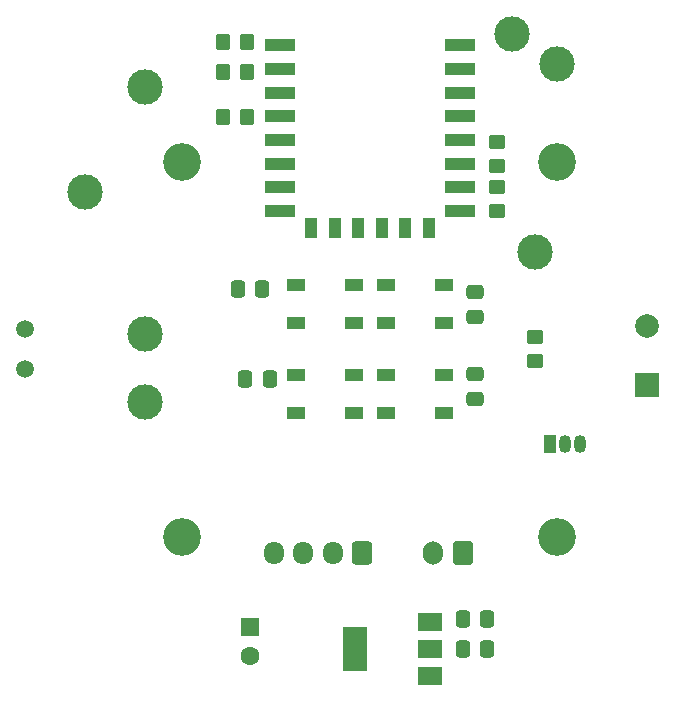
<source format=gbr>
%TF.GenerationSoftware,KiCad,Pcbnew,(6.0.1)*%
%TF.CreationDate,2022-02-03T04:09:52+01:00*%
%TF.ProjectId,ESP8266_12F_BASIC,45535038-3236-4365-9f31-32465f424153,rev?*%
%TF.SameCoordinates,Original*%
%TF.FileFunction,Soldermask,Top*%
%TF.FilePolarity,Negative*%
%FSLAX46Y46*%
G04 Gerber Fmt 4.6, Leading zero omitted, Abs format (unit mm)*
G04 Created by KiCad (PCBNEW (6.0.1)) date 2022-02-03 04:09:52*
%MOMM*%
%LPD*%
G01*
G04 APERTURE LIST*
G04 Aperture macros list*
%AMRoundRect*
0 Rectangle with rounded corners*
0 $1 Rounding radius*
0 $2 $3 $4 $5 $6 $7 $8 $9 X,Y pos of 4 corners*
0 Add a 4 corners polygon primitive as box body*
4,1,4,$2,$3,$4,$5,$6,$7,$8,$9,$2,$3,0*
0 Add four circle primitives for the rounded corners*
1,1,$1+$1,$2,$3*
1,1,$1+$1,$4,$5*
1,1,$1+$1,$6,$7*
1,1,$1+$1,$8,$9*
0 Add four rect primitives between the rounded corners*
20,1,$1+$1,$2,$3,$4,$5,0*
20,1,$1+$1,$4,$5,$6,$7,0*
20,1,$1+$1,$6,$7,$8,$9,0*
20,1,$1+$1,$8,$9,$2,$3,0*%
G04 Aperture macros list end*
%ADD10RoundRect,0.250000X0.350000X0.450000X-0.350000X0.450000X-0.350000X-0.450000X0.350000X-0.450000X0*%
%ADD11C,3.000000*%
%ADD12R,1.500000X1.000000*%
%ADD13R,2.000000X1.500000*%
%ADD14R,2.000000X3.800000*%
%ADD15C,3.200000*%
%ADD16RoundRect,0.250000X0.450000X-0.350000X0.450000X0.350000X-0.450000X0.350000X-0.450000X-0.350000X0*%
%ADD17R,1.600000X1.600000*%
%ADD18C,1.600000*%
%ADD19RoundRect,0.250000X0.337500X0.475000X-0.337500X0.475000X-0.337500X-0.475000X0.337500X-0.475000X0*%
%ADD20C,1.500000*%
%ADD21RoundRect,0.250000X-0.337500X-0.475000X0.337500X-0.475000X0.337500X0.475000X-0.337500X0.475000X0*%
%ADD22R,1.050000X1.500000*%
%ADD23O,1.050000X1.500000*%
%ADD24RoundRect,0.250000X-0.475000X0.337500X-0.475000X-0.337500X0.475000X-0.337500X0.475000X0.337500X0*%
%ADD25R,2.500000X1.000000*%
%ADD26R,1.000000X1.800000*%
%ADD27R,2.000000X2.000000*%
%ADD28C,2.000000*%
%ADD29RoundRect,0.250000X0.600000X0.750000X-0.600000X0.750000X-0.600000X-0.750000X0.600000X-0.750000X0*%
%ADD30O,1.700000X2.000000*%
%ADD31RoundRect,0.250000X0.600000X0.725000X-0.600000X0.725000X-0.600000X-0.725000X0.600000X-0.725000X0*%
%ADD32O,1.700000X1.950000*%
G04 APERTURE END LIST*
D10*
%TO.C,R4*%
X141970000Y-81915000D03*
X139970000Y-81915000D03*
%TD*%
D11*
%TO.C,TP5*%
X128270000Y-88265000D03*
%TD*%
D12*
%TO.C,D2*%
X153760000Y-96190000D03*
X153760000Y-99390000D03*
X158660000Y-99390000D03*
X158660000Y-96190000D03*
%TD*%
%TO.C,D1*%
X146140000Y-96190000D03*
X146140000Y-99390000D03*
X151040000Y-99390000D03*
X151040000Y-96190000D03*
%TD*%
D13*
%TO.C,U2*%
X157455000Y-129300000D03*
X157455000Y-127000000D03*
D14*
X151155000Y-127000000D03*
D13*
X157455000Y-124700000D03*
%TD*%
D15*
%TO.C,H3*%
X136525000Y-117475000D03*
%TD*%
D16*
%TO.C,R6*%
X163195000Y-89900000D03*
X163195000Y-87900000D03*
%TD*%
D11*
%TO.C,TP4*%
X133350000Y-106045000D03*
%TD*%
D17*
%TO.C,C3*%
X142240000Y-125095000D03*
D18*
X142240000Y-127595000D03*
%TD*%
D15*
%TO.C,H1*%
X136525000Y-85725000D03*
%TD*%
D19*
%TO.C,C5*%
X143277500Y-96520000D03*
X141202500Y-96520000D03*
%TD*%
D20*
%TO.C,R1*%
X123190000Y-103300000D03*
X123190000Y-99900000D03*
%TD*%
D16*
%TO.C,R7*%
X166370000Y-102600000D03*
X166370000Y-100600000D03*
%TD*%
D15*
%TO.C,H4*%
X168275000Y-117475000D03*
%TD*%
D21*
%TO.C,C1*%
X160252500Y-124460000D03*
X162327500Y-124460000D03*
%TD*%
D11*
%TO.C,TP2*%
X164465000Y-74930000D03*
%TD*%
D16*
%TO.C,R5*%
X163195000Y-86090000D03*
X163195000Y-84090000D03*
%TD*%
D19*
%TO.C,C7*%
X143912500Y-104140000D03*
X141837500Y-104140000D03*
%TD*%
D22*
%TO.C,Q1*%
X167640000Y-109580000D03*
D23*
X168910000Y-109580000D03*
X170180000Y-109580000D03*
%TD*%
D24*
%TO.C,C6*%
X161290000Y-96752500D03*
X161290000Y-98827500D03*
%TD*%
%TO.C,C8*%
X161290000Y-103737500D03*
X161290000Y-105812500D03*
%TD*%
D10*
%TO.C,R3*%
X141970000Y-75565000D03*
X139970000Y-75565000D03*
%TD*%
D11*
%TO.C,TP3*%
X166370000Y-93345000D03*
%TD*%
D15*
%TO.C,H2*%
X168275000Y-85725000D03*
%TD*%
D11*
%TO.C,TP7*%
X133350000Y-79375000D03*
%TD*%
D21*
%TO.C,C2*%
X160252500Y-127000000D03*
X162327500Y-127000000D03*
%TD*%
D11*
%TO.C,TP6*%
X133350000Y-100330000D03*
%TD*%
D25*
%TO.C,U1*%
X144800000Y-75875000D03*
X144800000Y-77875000D03*
X144800000Y-79875000D03*
X144800000Y-81875000D03*
X144800000Y-83875000D03*
X144800000Y-85875000D03*
X144800000Y-87875000D03*
X144800000Y-89875000D03*
D26*
X147400000Y-91375000D03*
X149400000Y-91375000D03*
X151400000Y-91375000D03*
X153400000Y-91375000D03*
X155400000Y-91375000D03*
X157400000Y-91375000D03*
D25*
X160000000Y-89875000D03*
X160000000Y-87875000D03*
X160000000Y-85875000D03*
X160000000Y-83875000D03*
X160000000Y-81875000D03*
X160000000Y-79875000D03*
X160000000Y-77875000D03*
X160000000Y-75875000D03*
%TD*%
D12*
%TO.C,D4*%
X153760000Y-103810000D03*
X153760000Y-107010000D03*
X158660000Y-107010000D03*
X158660000Y-103810000D03*
%TD*%
D11*
%TO.C,TP1*%
X168275000Y-77470000D03*
%TD*%
D12*
%TO.C,D3*%
X146140000Y-103810000D03*
X146140000Y-107010000D03*
X151040000Y-107010000D03*
X151040000Y-103810000D03*
%TD*%
D10*
%TO.C,R2*%
X141970000Y-78105000D03*
X139970000Y-78105000D03*
%TD*%
D27*
%TO.C,BZ1*%
X175895000Y-104605785D03*
D28*
X175895000Y-99605785D03*
%TD*%
D29*
%TO.C,J1*%
X160254000Y-118872000D03*
D30*
X157754000Y-118872000D03*
%TD*%
D31*
%TO.C,J2*%
X151765000Y-118872000D03*
D32*
X149265000Y-118872000D03*
X146765000Y-118872000D03*
X144265000Y-118872000D03*
%TD*%
M02*

</source>
